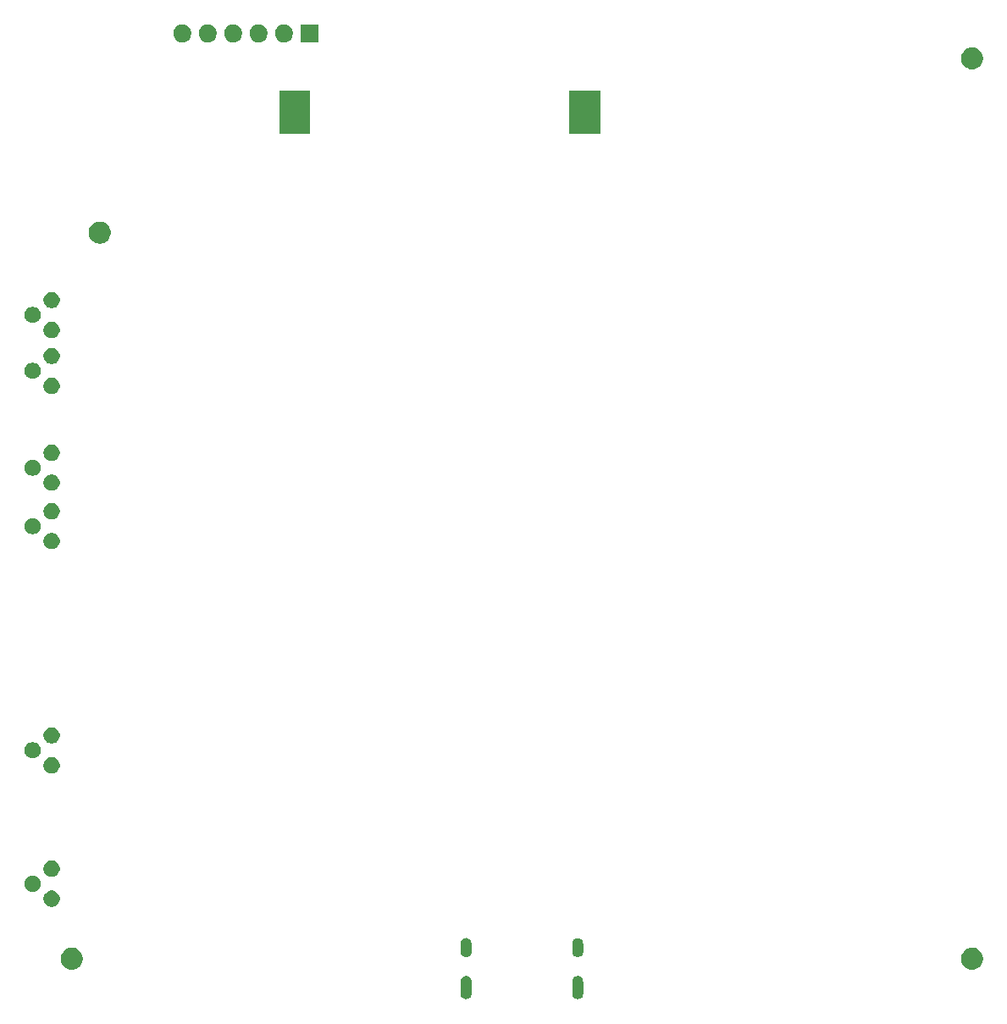
<source format=gbr>
G04 #@! TF.GenerationSoftware,KiCad,Pcbnew,(5.1.5)-2*
G04 #@! TF.CreationDate,2019-12-12T13:13:43-05:00*
G04 #@! TF.ProjectId,main,6d61696e-2e6b-4696-9361-645f70636258,rev?*
G04 #@! TF.SameCoordinates,Original*
G04 #@! TF.FileFunction,Soldermask,Bot*
G04 #@! TF.FilePolarity,Negative*
%FSLAX46Y46*%
G04 Gerber Fmt 4.6, Leading zero omitted, Abs format (unit mm)*
G04 Created by KiCad (PCBNEW (5.1.5)-2) date 2019-12-12 13:13:43*
%MOMM*%
%LPD*%
G04 APERTURE LIST*
%ADD10C,0.100000*%
G04 APERTURE END LIST*
D10*
G36*
X55683014Y-96742973D02*
G01*
X55786878Y-96774479D01*
X55830907Y-96798013D01*
X55882599Y-96825643D01*
X55882601Y-96825644D01*
X55882600Y-96825644D01*
X55966501Y-96894499D01*
X56035356Y-96978400D01*
X56086521Y-97074121D01*
X56118027Y-97177985D01*
X56126000Y-97258933D01*
X56126000Y-98513067D01*
X56118027Y-98594015D01*
X56086521Y-98697879D01*
X56086519Y-98697882D01*
X56035357Y-98793600D01*
X55966501Y-98877501D01*
X55882600Y-98946357D01*
X55814055Y-98982995D01*
X55786879Y-98997521D01*
X55683015Y-99029027D01*
X55575000Y-99039666D01*
X55466986Y-99029027D01*
X55363122Y-98997521D01*
X55335946Y-98982995D01*
X55267401Y-98946357D01*
X55183500Y-98877501D01*
X55114644Y-98793600D01*
X55063482Y-98697882D01*
X55063480Y-98697879D01*
X55031974Y-98594015D01*
X55024001Y-98513067D01*
X55024000Y-97258934D01*
X55031973Y-97177986D01*
X55063479Y-97074122D01*
X55114644Y-96978400D01*
X55183499Y-96894499D01*
X55267400Y-96825644D01*
X55267399Y-96825644D01*
X55267401Y-96825643D01*
X55319093Y-96798013D01*
X55363121Y-96774479D01*
X55466985Y-96742973D01*
X55575000Y-96732334D01*
X55683014Y-96742973D01*
G37*
G36*
X44533014Y-96742973D02*
G01*
X44636878Y-96774479D01*
X44680907Y-96798013D01*
X44732599Y-96825643D01*
X44732601Y-96825644D01*
X44732600Y-96825644D01*
X44816501Y-96894499D01*
X44885356Y-96978400D01*
X44936521Y-97074121D01*
X44968027Y-97177985D01*
X44976000Y-97258933D01*
X44976000Y-98513067D01*
X44968027Y-98594015D01*
X44936521Y-98697879D01*
X44936519Y-98697882D01*
X44885357Y-98793600D01*
X44816501Y-98877501D01*
X44732600Y-98946357D01*
X44664055Y-98982995D01*
X44636879Y-98997521D01*
X44533015Y-99029027D01*
X44425000Y-99039666D01*
X44316986Y-99029027D01*
X44213122Y-98997521D01*
X44185946Y-98982995D01*
X44117401Y-98946357D01*
X44033500Y-98877501D01*
X43964644Y-98793600D01*
X43913482Y-98697882D01*
X43913480Y-98697879D01*
X43881974Y-98594015D01*
X43874001Y-98513067D01*
X43874000Y-97258934D01*
X43881973Y-97177986D01*
X43913479Y-97074122D01*
X43964644Y-96978400D01*
X44033499Y-96894499D01*
X44117400Y-96825644D01*
X44117399Y-96825644D01*
X44117401Y-96825643D01*
X44169093Y-96798013D01*
X44213121Y-96774479D01*
X44316985Y-96742973D01*
X44425000Y-96732334D01*
X44533014Y-96742973D01*
G37*
G36*
X95214795Y-93920156D02*
G01*
X95321150Y-93941311D01*
X95521520Y-94024307D01*
X95701844Y-94144795D01*
X95855205Y-94298156D01*
X95975693Y-94478480D01*
X96058689Y-94678851D01*
X96101000Y-94891560D01*
X96101000Y-95108440D01*
X96058689Y-95321149D01*
X95975693Y-95521520D01*
X95855205Y-95701844D01*
X95701844Y-95855205D01*
X95521520Y-95975693D01*
X95321150Y-96058689D01*
X95214794Y-96079845D01*
X95108440Y-96101000D01*
X94891560Y-96101000D01*
X94785206Y-96079845D01*
X94678850Y-96058689D01*
X94578666Y-96017191D01*
X94478480Y-95975693D01*
X94298156Y-95855205D01*
X94144795Y-95701844D01*
X94024307Y-95521520D01*
X93941311Y-95321149D01*
X93899000Y-95108440D01*
X93899000Y-94891560D01*
X93941311Y-94678851D01*
X94024307Y-94478480D01*
X94144795Y-94298156D01*
X94298156Y-94144795D01*
X94478480Y-94024307D01*
X94578666Y-93982809D01*
X94678850Y-93941311D01*
X94785205Y-93920156D01*
X94891560Y-93899000D01*
X95108440Y-93899000D01*
X95214795Y-93920156D01*
G37*
G36*
X5214795Y-93920156D02*
G01*
X5321150Y-93941311D01*
X5521520Y-94024307D01*
X5701844Y-94144795D01*
X5855205Y-94298156D01*
X5975693Y-94478480D01*
X6058689Y-94678851D01*
X6101000Y-94891560D01*
X6101000Y-95108440D01*
X6058689Y-95321149D01*
X5975693Y-95521520D01*
X5855205Y-95701844D01*
X5701844Y-95855205D01*
X5521520Y-95975693D01*
X5421334Y-96017191D01*
X5321150Y-96058689D01*
X5214794Y-96079845D01*
X5108440Y-96101000D01*
X4891560Y-96101000D01*
X4785206Y-96079845D01*
X4678850Y-96058689D01*
X4578666Y-96017191D01*
X4478480Y-95975693D01*
X4298156Y-95855205D01*
X4144795Y-95701844D01*
X4024307Y-95521520D01*
X3941311Y-95321149D01*
X3899000Y-95108440D01*
X3899000Y-94891560D01*
X3941311Y-94678851D01*
X4024307Y-94478480D01*
X4144795Y-94298156D01*
X4298156Y-94144795D01*
X4478480Y-94024307D01*
X4678850Y-93941311D01*
X4785205Y-93920156D01*
X4891560Y-93899000D01*
X5108440Y-93899000D01*
X5214795Y-93920156D01*
G37*
G36*
X55683014Y-92942973D02*
G01*
X55786878Y-92974479D01*
X55830907Y-92998013D01*
X55882599Y-93025643D01*
X55882601Y-93025644D01*
X55882600Y-93025644D01*
X55966501Y-93094499D01*
X56035356Y-93178400D01*
X56086521Y-93274121D01*
X56118027Y-93377985D01*
X56126000Y-93458933D01*
X56126000Y-94313067D01*
X56118027Y-94394015D01*
X56086521Y-94497879D01*
X56086519Y-94497882D01*
X56035357Y-94593600D01*
X55966501Y-94677501D01*
X55882600Y-94746357D01*
X55814055Y-94782995D01*
X55786879Y-94797521D01*
X55683015Y-94829027D01*
X55575000Y-94839666D01*
X55466986Y-94829027D01*
X55363122Y-94797521D01*
X55335946Y-94782995D01*
X55267401Y-94746357D01*
X55183500Y-94677501D01*
X55114644Y-94593600D01*
X55063482Y-94497882D01*
X55063480Y-94497879D01*
X55031973Y-94394015D01*
X55024000Y-94313067D01*
X55024000Y-93458934D01*
X55031973Y-93377986D01*
X55063479Y-93274122D01*
X55114644Y-93178400D01*
X55183499Y-93094499D01*
X55267400Y-93025644D01*
X55267399Y-93025644D01*
X55267401Y-93025643D01*
X55319093Y-92998013D01*
X55363121Y-92974479D01*
X55466985Y-92942973D01*
X55575000Y-92932334D01*
X55683014Y-92942973D01*
G37*
G36*
X44533014Y-92942973D02*
G01*
X44636878Y-92974479D01*
X44680907Y-92998013D01*
X44732599Y-93025643D01*
X44732601Y-93025644D01*
X44732600Y-93025644D01*
X44816501Y-93094499D01*
X44885356Y-93178400D01*
X44936521Y-93274121D01*
X44968027Y-93377985D01*
X44976000Y-93458933D01*
X44976000Y-94313067D01*
X44968027Y-94394015D01*
X44936521Y-94497879D01*
X44936519Y-94497882D01*
X44885357Y-94593600D01*
X44816501Y-94677501D01*
X44732600Y-94746357D01*
X44664055Y-94782995D01*
X44636879Y-94797521D01*
X44533015Y-94829027D01*
X44425000Y-94839666D01*
X44316986Y-94829027D01*
X44213122Y-94797521D01*
X44185946Y-94782995D01*
X44117401Y-94746357D01*
X44033500Y-94677501D01*
X43964644Y-94593600D01*
X43913482Y-94497882D01*
X43913480Y-94497879D01*
X43881973Y-94394015D01*
X43874000Y-94313067D01*
X43874000Y-93458934D01*
X43881973Y-93377986D01*
X43913479Y-93274122D01*
X43964644Y-93178400D01*
X44033499Y-93094499D01*
X44117400Y-93025644D01*
X44117399Y-93025644D01*
X44117401Y-93025643D01*
X44169093Y-92998013D01*
X44213121Y-92974479D01*
X44316985Y-92942973D01*
X44425000Y-92932334D01*
X44533014Y-92942973D01*
G37*
G36*
X3225142Y-88218242D02*
G01*
X3373101Y-88279529D01*
X3506255Y-88368499D01*
X3619501Y-88481745D01*
X3708471Y-88614899D01*
X3769758Y-88762858D01*
X3801000Y-88919925D01*
X3801000Y-89080075D01*
X3769758Y-89237142D01*
X3708471Y-89385101D01*
X3619501Y-89518255D01*
X3506255Y-89631501D01*
X3373101Y-89720471D01*
X3225142Y-89781758D01*
X3068075Y-89813000D01*
X2907925Y-89813000D01*
X2750858Y-89781758D01*
X2602899Y-89720471D01*
X2469745Y-89631501D01*
X2356499Y-89518255D01*
X2267529Y-89385101D01*
X2206242Y-89237142D01*
X2175000Y-89080075D01*
X2175000Y-88919925D01*
X2206242Y-88762858D01*
X2267529Y-88614899D01*
X2356499Y-88481745D01*
X2469745Y-88368499D01*
X2602899Y-88279529D01*
X2750858Y-88218242D01*
X2907925Y-88187000D01*
X3068075Y-88187000D01*
X3225142Y-88218242D01*
G37*
G36*
X1325142Y-86718242D02*
G01*
X1473101Y-86779529D01*
X1606255Y-86868499D01*
X1719501Y-86981745D01*
X1808471Y-87114899D01*
X1869758Y-87262858D01*
X1901000Y-87419925D01*
X1901000Y-87580075D01*
X1869758Y-87737142D01*
X1808471Y-87885101D01*
X1719501Y-88018255D01*
X1606255Y-88131501D01*
X1473101Y-88220471D01*
X1325142Y-88281758D01*
X1168075Y-88313000D01*
X1007925Y-88313000D01*
X850858Y-88281758D01*
X702899Y-88220471D01*
X569745Y-88131501D01*
X456499Y-88018255D01*
X367529Y-87885101D01*
X306242Y-87737142D01*
X275000Y-87580075D01*
X275000Y-87419925D01*
X306242Y-87262858D01*
X367529Y-87114899D01*
X456499Y-86981745D01*
X569745Y-86868499D01*
X702899Y-86779529D01*
X850858Y-86718242D01*
X1007925Y-86687000D01*
X1168075Y-86687000D01*
X1325142Y-86718242D01*
G37*
G36*
X3225142Y-85218242D02*
G01*
X3373101Y-85279529D01*
X3506255Y-85368499D01*
X3619501Y-85481745D01*
X3708471Y-85614899D01*
X3769758Y-85762858D01*
X3801000Y-85919925D01*
X3801000Y-86080075D01*
X3769758Y-86237142D01*
X3708471Y-86385101D01*
X3619501Y-86518255D01*
X3506255Y-86631501D01*
X3373101Y-86720471D01*
X3225142Y-86781758D01*
X3068075Y-86813000D01*
X2907925Y-86813000D01*
X2750858Y-86781758D01*
X2602899Y-86720471D01*
X2469745Y-86631501D01*
X2356499Y-86518255D01*
X2267529Y-86385101D01*
X2206242Y-86237142D01*
X2175000Y-86080075D01*
X2175000Y-85919925D01*
X2206242Y-85762858D01*
X2267529Y-85614899D01*
X2356499Y-85481745D01*
X2469745Y-85368499D01*
X2602899Y-85279529D01*
X2750858Y-85218242D01*
X2907925Y-85187000D01*
X3068075Y-85187000D01*
X3225142Y-85218242D01*
G37*
G36*
X3225142Y-74886242D02*
G01*
X3373101Y-74947529D01*
X3506255Y-75036499D01*
X3619501Y-75149745D01*
X3708471Y-75282899D01*
X3769758Y-75430858D01*
X3801000Y-75587925D01*
X3801000Y-75748075D01*
X3769758Y-75905142D01*
X3708471Y-76053101D01*
X3619501Y-76186255D01*
X3506255Y-76299501D01*
X3373101Y-76388471D01*
X3225142Y-76449758D01*
X3068075Y-76481000D01*
X2907925Y-76481000D01*
X2750858Y-76449758D01*
X2602899Y-76388471D01*
X2469745Y-76299501D01*
X2356499Y-76186255D01*
X2267529Y-76053101D01*
X2206242Y-75905142D01*
X2175000Y-75748075D01*
X2175000Y-75587925D01*
X2206242Y-75430858D01*
X2267529Y-75282899D01*
X2356499Y-75149745D01*
X2469745Y-75036499D01*
X2602899Y-74947529D01*
X2750858Y-74886242D01*
X2907925Y-74855000D01*
X3068075Y-74855000D01*
X3225142Y-74886242D01*
G37*
G36*
X1325142Y-73386242D02*
G01*
X1473101Y-73447529D01*
X1606255Y-73536499D01*
X1719501Y-73649745D01*
X1808471Y-73782899D01*
X1869758Y-73930858D01*
X1901000Y-74087925D01*
X1901000Y-74248075D01*
X1869758Y-74405142D01*
X1808471Y-74553101D01*
X1719501Y-74686255D01*
X1606255Y-74799501D01*
X1473101Y-74888471D01*
X1325142Y-74949758D01*
X1168075Y-74981000D01*
X1007925Y-74981000D01*
X850858Y-74949758D01*
X702899Y-74888471D01*
X569745Y-74799501D01*
X456499Y-74686255D01*
X367529Y-74553101D01*
X306242Y-74405142D01*
X275000Y-74248075D01*
X275000Y-74087925D01*
X306242Y-73930858D01*
X367529Y-73782899D01*
X456499Y-73649745D01*
X569745Y-73536499D01*
X702899Y-73447529D01*
X850858Y-73386242D01*
X1007925Y-73355000D01*
X1168075Y-73355000D01*
X1325142Y-73386242D01*
G37*
G36*
X3225142Y-71886242D02*
G01*
X3373101Y-71947529D01*
X3506255Y-72036499D01*
X3619501Y-72149745D01*
X3708471Y-72282899D01*
X3769758Y-72430858D01*
X3801000Y-72587925D01*
X3801000Y-72748075D01*
X3769758Y-72905142D01*
X3708471Y-73053101D01*
X3619501Y-73186255D01*
X3506255Y-73299501D01*
X3373101Y-73388471D01*
X3225142Y-73449758D01*
X3068075Y-73481000D01*
X2907925Y-73481000D01*
X2750858Y-73449758D01*
X2602899Y-73388471D01*
X2469745Y-73299501D01*
X2356499Y-73186255D01*
X2267529Y-73053101D01*
X2206242Y-72905142D01*
X2175000Y-72748075D01*
X2175000Y-72587925D01*
X2206242Y-72430858D01*
X2267529Y-72282899D01*
X2356499Y-72149745D01*
X2469745Y-72036499D01*
X2602899Y-71947529D01*
X2750858Y-71886242D01*
X2907925Y-71855000D01*
X3068075Y-71855000D01*
X3225142Y-71886242D01*
G37*
G36*
X3225142Y-52472242D02*
G01*
X3373101Y-52533529D01*
X3506255Y-52622499D01*
X3619501Y-52735745D01*
X3708471Y-52868899D01*
X3769758Y-53016858D01*
X3801000Y-53173925D01*
X3801000Y-53334075D01*
X3769758Y-53491142D01*
X3708471Y-53639101D01*
X3619501Y-53772255D01*
X3506255Y-53885501D01*
X3373101Y-53974471D01*
X3225142Y-54035758D01*
X3068075Y-54067000D01*
X2907925Y-54067000D01*
X2750858Y-54035758D01*
X2602899Y-53974471D01*
X2469745Y-53885501D01*
X2356499Y-53772255D01*
X2267529Y-53639101D01*
X2206242Y-53491142D01*
X2175000Y-53334075D01*
X2175000Y-53173925D01*
X2206242Y-53016858D01*
X2267529Y-52868899D01*
X2356499Y-52735745D01*
X2469745Y-52622499D01*
X2602899Y-52533529D01*
X2750858Y-52472242D01*
X2907925Y-52441000D01*
X3068075Y-52441000D01*
X3225142Y-52472242D01*
G37*
G36*
X1325142Y-50972242D02*
G01*
X1473101Y-51033529D01*
X1606255Y-51122499D01*
X1719501Y-51235745D01*
X1808471Y-51368899D01*
X1869758Y-51516858D01*
X1901000Y-51673925D01*
X1901000Y-51834075D01*
X1869758Y-51991142D01*
X1808471Y-52139101D01*
X1719501Y-52272255D01*
X1606255Y-52385501D01*
X1473101Y-52474471D01*
X1325142Y-52535758D01*
X1168075Y-52567000D01*
X1007925Y-52567000D01*
X850858Y-52535758D01*
X702899Y-52474471D01*
X569745Y-52385501D01*
X456499Y-52272255D01*
X367529Y-52139101D01*
X306242Y-51991142D01*
X275000Y-51834075D01*
X275000Y-51673925D01*
X306242Y-51516858D01*
X367529Y-51368899D01*
X456499Y-51235745D01*
X569745Y-51122499D01*
X702899Y-51033529D01*
X850858Y-50972242D01*
X1007925Y-50941000D01*
X1168075Y-50941000D01*
X1325142Y-50972242D01*
G37*
G36*
X3225142Y-49472242D02*
G01*
X3373101Y-49533529D01*
X3506255Y-49622499D01*
X3619501Y-49735745D01*
X3708471Y-49868899D01*
X3769758Y-50016858D01*
X3801000Y-50173925D01*
X3801000Y-50334075D01*
X3769758Y-50491142D01*
X3708471Y-50639101D01*
X3619501Y-50772255D01*
X3506255Y-50885501D01*
X3373101Y-50974471D01*
X3225142Y-51035758D01*
X3068075Y-51067000D01*
X2907925Y-51067000D01*
X2750858Y-51035758D01*
X2602899Y-50974471D01*
X2469745Y-50885501D01*
X2356499Y-50772255D01*
X2267529Y-50639101D01*
X2206242Y-50491142D01*
X2175000Y-50334075D01*
X2175000Y-50173925D01*
X2206242Y-50016858D01*
X2267529Y-49868899D01*
X2356499Y-49735745D01*
X2469745Y-49622499D01*
X2602899Y-49533529D01*
X2750858Y-49472242D01*
X2907925Y-49441000D01*
X3068075Y-49441000D01*
X3225142Y-49472242D01*
G37*
G36*
X3225142Y-46630242D02*
G01*
X3373101Y-46691529D01*
X3506255Y-46780499D01*
X3619501Y-46893745D01*
X3708471Y-47026899D01*
X3769758Y-47174858D01*
X3801000Y-47331925D01*
X3801000Y-47492075D01*
X3769758Y-47649142D01*
X3708471Y-47797101D01*
X3619501Y-47930255D01*
X3506255Y-48043501D01*
X3373101Y-48132471D01*
X3225142Y-48193758D01*
X3068075Y-48225000D01*
X2907925Y-48225000D01*
X2750858Y-48193758D01*
X2602899Y-48132471D01*
X2469745Y-48043501D01*
X2356499Y-47930255D01*
X2267529Y-47797101D01*
X2206242Y-47649142D01*
X2175000Y-47492075D01*
X2175000Y-47331925D01*
X2206242Y-47174858D01*
X2267529Y-47026899D01*
X2356499Y-46893745D01*
X2469745Y-46780499D01*
X2602899Y-46691529D01*
X2750858Y-46630242D01*
X2907925Y-46599000D01*
X3068075Y-46599000D01*
X3225142Y-46630242D01*
G37*
G36*
X1325142Y-45130242D02*
G01*
X1473101Y-45191529D01*
X1606255Y-45280499D01*
X1719501Y-45393745D01*
X1808471Y-45526899D01*
X1869758Y-45674858D01*
X1901000Y-45831925D01*
X1901000Y-45992075D01*
X1869758Y-46149142D01*
X1808471Y-46297101D01*
X1719501Y-46430255D01*
X1606255Y-46543501D01*
X1473101Y-46632471D01*
X1325142Y-46693758D01*
X1168075Y-46725000D01*
X1007925Y-46725000D01*
X850858Y-46693758D01*
X702899Y-46632471D01*
X569745Y-46543501D01*
X456499Y-46430255D01*
X367529Y-46297101D01*
X306242Y-46149142D01*
X275000Y-45992075D01*
X275000Y-45831925D01*
X306242Y-45674858D01*
X367529Y-45526899D01*
X456499Y-45393745D01*
X569745Y-45280499D01*
X702899Y-45191529D01*
X850858Y-45130242D01*
X1007925Y-45099000D01*
X1168075Y-45099000D01*
X1325142Y-45130242D01*
G37*
G36*
X3225142Y-43630242D02*
G01*
X3373101Y-43691529D01*
X3506255Y-43780499D01*
X3619501Y-43893745D01*
X3708471Y-44026899D01*
X3769758Y-44174858D01*
X3801000Y-44331925D01*
X3801000Y-44492075D01*
X3769758Y-44649142D01*
X3708471Y-44797101D01*
X3619501Y-44930255D01*
X3506255Y-45043501D01*
X3373101Y-45132471D01*
X3225142Y-45193758D01*
X3068075Y-45225000D01*
X2907925Y-45225000D01*
X2750858Y-45193758D01*
X2602899Y-45132471D01*
X2469745Y-45043501D01*
X2356499Y-44930255D01*
X2267529Y-44797101D01*
X2206242Y-44649142D01*
X2175000Y-44492075D01*
X2175000Y-44331925D01*
X2206242Y-44174858D01*
X2267529Y-44026899D01*
X2356499Y-43893745D01*
X2469745Y-43780499D01*
X2602899Y-43691529D01*
X2750858Y-43630242D01*
X2907925Y-43599000D01*
X3068075Y-43599000D01*
X3225142Y-43630242D01*
G37*
G36*
X3225142Y-36958242D02*
G01*
X3373101Y-37019529D01*
X3506255Y-37108499D01*
X3619501Y-37221745D01*
X3708471Y-37354899D01*
X3769758Y-37502858D01*
X3801000Y-37659925D01*
X3801000Y-37820075D01*
X3769758Y-37977142D01*
X3708471Y-38125101D01*
X3619501Y-38258255D01*
X3506255Y-38371501D01*
X3373101Y-38460471D01*
X3225142Y-38521758D01*
X3068075Y-38553000D01*
X2907925Y-38553000D01*
X2750858Y-38521758D01*
X2602899Y-38460471D01*
X2469745Y-38371501D01*
X2356499Y-38258255D01*
X2267529Y-38125101D01*
X2206242Y-37977142D01*
X2175000Y-37820075D01*
X2175000Y-37659925D01*
X2206242Y-37502858D01*
X2267529Y-37354899D01*
X2356499Y-37221745D01*
X2469745Y-37108499D01*
X2602899Y-37019529D01*
X2750858Y-36958242D01*
X2907925Y-36927000D01*
X3068075Y-36927000D01*
X3225142Y-36958242D01*
G37*
G36*
X1325142Y-35458242D02*
G01*
X1473101Y-35519529D01*
X1606255Y-35608499D01*
X1719501Y-35721745D01*
X1808471Y-35854899D01*
X1869758Y-36002858D01*
X1901000Y-36159925D01*
X1901000Y-36320075D01*
X1869758Y-36477142D01*
X1808471Y-36625101D01*
X1719501Y-36758255D01*
X1606255Y-36871501D01*
X1473101Y-36960471D01*
X1325142Y-37021758D01*
X1168075Y-37053000D01*
X1007925Y-37053000D01*
X850858Y-37021758D01*
X702899Y-36960471D01*
X569745Y-36871501D01*
X456499Y-36758255D01*
X367529Y-36625101D01*
X306242Y-36477142D01*
X275000Y-36320075D01*
X275000Y-36159925D01*
X306242Y-36002858D01*
X367529Y-35854899D01*
X456499Y-35721745D01*
X569745Y-35608499D01*
X702899Y-35519529D01*
X850858Y-35458242D01*
X1007925Y-35427000D01*
X1168075Y-35427000D01*
X1325142Y-35458242D01*
G37*
G36*
X3225142Y-33958242D02*
G01*
X3373101Y-34019529D01*
X3506255Y-34108499D01*
X3619501Y-34221745D01*
X3708471Y-34354899D01*
X3769758Y-34502858D01*
X3801000Y-34659925D01*
X3801000Y-34820075D01*
X3769758Y-34977142D01*
X3708471Y-35125101D01*
X3619501Y-35258255D01*
X3506255Y-35371501D01*
X3373101Y-35460471D01*
X3225142Y-35521758D01*
X3068075Y-35553000D01*
X2907925Y-35553000D01*
X2750858Y-35521758D01*
X2602899Y-35460471D01*
X2469745Y-35371501D01*
X2356499Y-35258255D01*
X2267529Y-35125101D01*
X2206242Y-34977142D01*
X2175000Y-34820075D01*
X2175000Y-34659925D01*
X2206242Y-34502858D01*
X2267529Y-34354899D01*
X2356499Y-34221745D01*
X2469745Y-34108499D01*
X2602899Y-34019529D01*
X2750858Y-33958242D01*
X2907925Y-33927000D01*
X3068075Y-33927000D01*
X3225142Y-33958242D01*
G37*
G36*
X3225142Y-31370242D02*
G01*
X3373101Y-31431529D01*
X3506255Y-31520499D01*
X3619501Y-31633745D01*
X3708471Y-31766899D01*
X3769758Y-31914858D01*
X3801000Y-32071925D01*
X3801000Y-32232075D01*
X3769758Y-32389142D01*
X3708471Y-32537101D01*
X3619501Y-32670255D01*
X3506255Y-32783501D01*
X3373101Y-32872471D01*
X3225142Y-32933758D01*
X3068075Y-32965000D01*
X2907925Y-32965000D01*
X2750858Y-32933758D01*
X2602899Y-32872471D01*
X2469745Y-32783501D01*
X2356499Y-32670255D01*
X2267529Y-32537101D01*
X2206242Y-32389142D01*
X2175000Y-32232075D01*
X2175000Y-32071925D01*
X2206242Y-31914858D01*
X2267529Y-31766899D01*
X2356499Y-31633745D01*
X2469745Y-31520499D01*
X2602899Y-31431529D01*
X2750858Y-31370242D01*
X2907925Y-31339000D01*
X3068075Y-31339000D01*
X3225142Y-31370242D01*
G37*
G36*
X1325142Y-29870242D02*
G01*
X1473101Y-29931529D01*
X1606255Y-30020499D01*
X1719501Y-30133745D01*
X1808471Y-30266899D01*
X1869758Y-30414858D01*
X1901000Y-30571925D01*
X1901000Y-30732075D01*
X1869758Y-30889142D01*
X1808471Y-31037101D01*
X1719501Y-31170255D01*
X1606255Y-31283501D01*
X1473101Y-31372471D01*
X1325142Y-31433758D01*
X1168075Y-31465000D01*
X1007925Y-31465000D01*
X850858Y-31433758D01*
X702899Y-31372471D01*
X569745Y-31283501D01*
X456499Y-31170255D01*
X367529Y-31037101D01*
X306242Y-30889142D01*
X275000Y-30732075D01*
X275000Y-30571925D01*
X306242Y-30414858D01*
X367529Y-30266899D01*
X456499Y-30133745D01*
X569745Y-30020499D01*
X702899Y-29931529D01*
X850858Y-29870242D01*
X1007925Y-29839000D01*
X1168075Y-29839000D01*
X1325142Y-29870242D01*
G37*
G36*
X3225142Y-28370242D02*
G01*
X3373101Y-28431529D01*
X3506255Y-28520499D01*
X3619501Y-28633745D01*
X3708471Y-28766899D01*
X3769758Y-28914858D01*
X3801000Y-29071925D01*
X3801000Y-29232075D01*
X3769758Y-29389142D01*
X3708471Y-29537101D01*
X3619501Y-29670255D01*
X3506255Y-29783501D01*
X3373101Y-29872471D01*
X3225142Y-29933758D01*
X3068075Y-29965000D01*
X2907925Y-29965000D01*
X2750858Y-29933758D01*
X2602899Y-29872471D01*
X2469745Y-29783501D01*
X2356499Y-29670255D01*
X2267529Y-29537101D01*
X2206242Y-29389142D01*
X2175000Y-29232075D01*
X2175000Y-29071925D01*
X2206242Y-28914858D01*
X2267529Y-28766899D01*
X2356499Y-28633745D01*
X2469745Y-28520499D01*
X2602899Y-28431529D01*
X2750858Y-28370242D01*
X2907925Y-28339000D01*
X3068075Y-28339000D01*
X3225142Y-28370242D01*
G37*
G36*
X8028795Y-21334156D02*
G01*
X8135150Y-21355311D01*
X8335520Y-21438307D01*
X8515844Y-21558795D01*
X8669205Y-21712156D01*
X8789693Y-21892480D01*
X8872689Y-22092851D01*
X8915000Y-22305560D01*
X8915000Y-22522440D01*
X8872689Y-22735149D01*
X8789693Y-22935520D01*
X8669205Y-23115844D01*
X8515844Y-23269205D01*
X8335520Y-23389693D01*
X8235334Y-23431191D01*
X8135150Y-23472689D01*
X8028795Y-23493844D01*
X7922440Y-23515000D01*
X7705560Y-23515000D01*
X7599205Y-23493844D01*
X7492850Y-23472689D01*
X7392666Y-23431191D01*
X7292480Y-23389693D01*
X7112156Y-23269205D01*
X6958795Y-23115844D01*
X6838307Y-22935520D01*
X6755311Y-22735149D01*
X6713000Y-22522440D01*
X6713000Y-22305560D01*
X6755311Y-22092851D01*
X6838307Y-21892480D01*
X6958795Y-21712156D01*
X7112156Y-21558795D01*
X7292480Y-21438307D01*
X7492850Y-21355311D01*
X7599205Y-21334156D01*
X7705560Y-21313000D01*
X7922440Y-21313000D01*
X8028795Y-21334156D01*
G37*
G36*
X57851000Y-12551000D02*
G01*
X54749000Y-12551000D01*
X54749000Y-8249000D01*
X57851000Y-8249000D01*
X57851000Y-12551000D01*
G37*
G36*
X28851000Y-12551000D02*
G01*
X25749000Y-12551000D01*
X25749000Y-8249000D01*
X28851000Y-8249000D01*
X28851000Y-12551000D01*
G37*
G36*
X95214794Y-3920155D02*
G01*
X95321150Y-3941311D01*
X95421334Y-3982809D01*
X95521520Y-4024307D01*
X95701844Y-4144795D01*
X95855205Y-4298156D01*
X95975693Y-4478480D01*
X96058689Y-4678851D01*
X96101000Y-4891560D01*
X96101000Y-5108440D01*
X96058689Y-5321149D01*
X95975693Y-5521520D01*
X95855205Y-5701844D01*
X95701844Y-5855205D01*
X95521520Y-5975693D01*
X95321150Y-6058689D01*
X95214795Y-6079844D01*
X95108440Y-6101000D01*
X94891560Y-6101000D01*
X94785205Y-6079844D01*
X94678850Y-6058689D01*
X94478480Y-5975693D01*
X94298156Y-5855205D01*
X94144795Y-5701844D01*
X94024307Y-5521520D01*
X93941311Y-5321149D01*
X93899000Y-5108440D01*
X93899000Y-4891560D01*
X93941311Y-4678851D01*
X94024307Y-4478480D01*
X94144795Y-4298156D01*
X94298156Y-4144795D01*
X94478480Y-4024307D01*
X94578666Y-3982809D01*
X94678850Y-3941311D01*
X94785206Y-3920155D01*
X94891560Y-3899000D01*
X95108440Y-3899000D01*
X95214794Y-3920155D01*
G37*
G36*
X16163512Y-1603927D02*
G01*
X16312812Y-1633624D01*
X16476784Y-1701544D01*
X16624354Y-1800147D01*
X16749853Y-1925646D01*
X16848456Y-2073216D01*
X16916376Y-2237188D01*
X16951000Y-2411259D01*
X16951000Y-2588741D01*
X16916376Y-2762812D01*
X16848456Y-2926784D01*
X16749853Y-3074354D01*
X16624354Y-3199853D01*
X16476784Y-3298456D01*
X16312812Y-3366376D01*
X16163512Y-3396073D01*
X16138742Y-3401000D01*
X15961258Y-3401000D01*
X15936488Y-3396073D01*
X15787188Y-3366376D01*
X15623216Y-3298456D01*
X15475646Y-3199853D01*
X15350147Y-3074354D01*
X15251544Y-2926784D01*
X15183624Y-2762812D01*
X15149000Y-2588741D01*
X15149000Y-2411259D01*
X15183624Y-2237188D01*
X15251544Y-2073216D01*
X15350147Y-1925646D01*
X15475646Y-1800147D01*
X15623216Y-1701544D01*
X15787188Y-1633624D01*
X15936488Y-1603927D01*
X15961258Y-1599000D01*
X16138742Y-1599000D01*
X16163512Y-1603927D01*
G37*
G36*
X29651000Y-3401000D02*
G01*
X27849000Y-3401000D01*
X27849000Y-1599000D01*
X29651000Y-1599000D01*
X29651000Y-3401000D01*
G37*
G36*
X26323512Y-1603927D02*
G01*
X26472812Y-1633624D01*
X26636784Y-1701544D01*
X26784354Y-1800147D01*
X26909853Y-1925646D01*
X27008456Y-2073216D01*
X27076376Y-2237188D01*
X27111000Y-2411259D01*
X27111000Y-2588741D01*
X27076376Y-2762812D01*
X27008456Y-2926784D01*
X26909853Y-3074354D01*
X26784354Y-3199853D01*
X26636784Y-3298456D01*
X26472812Y-3366376D01*
X26323512Y-3396073D01*
X26298742Y-3401000D01*
X26121258Y-3401000D01*
X26096488Y-3396073D01*
X25947188Y-3366376D01*
X25783216Y-3298456D01*
X25635646Y-3199853D01*
X25510147Y-3074354D01*
X25411544Y-2926784D01*
X25343624Y-2762812D01*
X25309000Y-2588741D01*
X25309000Y-2411259D01*
X25343624Y-2237188D01*
X25411544Y-2073216D01*
X25510147Y-1925646D01*
X25635646Y-1800147D01*
X25783216Y-1701544D01*
X25947188Y-1633624D01*
X26096488Y-1603927D01*
X26121258Y-1599000D01*
X26298742Y-1599000D01*
X26323512Y-1603927D01*
G37*
G36*
X23783512Y-1603927D02*
G01*
X23932812Y-1633624D01*
X24096784Y-1701544D01*
X24244354Y-1800147D01*
X24369853Y-1925646D01*
X24468456Y-2073216D01*
X24536376Y-2237188D01*
X24571000Y-2411259D01*
X24571000Y-2588741D01*
X24536376Y-2762812D01*
X24468456Y-2926784D01*
X24369853Y-3074354D01*
X24244354Y-3199853D01*
X24096784Y-3298456D01*
X23932812Y-3366376D01*
X23783512Y-3396073D01*
X23758742Y-3401000D01*
X23581258Y-3401000D01*
X23556488Y-3396073D01*
X23407188Y-3366376D01*
X23243216Y-3298456D01*
X23095646Y-3199853D01*
X22970147Y-3074354D01*
X22871544Y-2926784D01*
X22803624Y-2762812D01*
X22769000Y-2588741D01*
X22769000Y-2411259D01*
X22803624Y-2237188D01*
X22871544Y-2073216D01*
X22970147Y-1925646D01*
X23095646Y-1800147D01*
X23243216Y-1701544D01*
X23407188Y-1633624D01*
X23556488Y-1603927D01*
X23581258Y-1599000D01*
X23758742Y-1599000D01*
X23783512Y-1603927D01*
G37*
G36*
X21243512Y-1603927D02*
G01*
X21392812Y-1633624D01*
X21556784Y-1701544D01*
X21704354Y-1800147D01*
X21829853Y-1925646D01*
X21928456Y-2073216D01*
X21996376Y-2237188D01*
X22031000Y-2411259D01*
X22031000Y-2588741D01*
X21996376Y-2762812D01*
X21928456Y-2926784D01*
X21829853Y-3074354D01*
X21704354Y-3199853D01*
X21556784Y-3298456D01*
X21392812Y-3366376D01*
X21243512Y-3396073D01*
X21218742Y-3401000D01*
X21041258Y-3401000D01*
X21016488Y-3396073D01*
X20867188Y-3366376D01*
X20703216Y-3298456D01*
X20555646Y-3199853D01*
X20430147Y-3074354D01*
X20331544Y-2926784D01*
X20263624Y-2762812D01*
X20229000Y-2588741D01*
X20229000Y-2411259D01*
X20263624Y-2237188D01*
X20331544Y-2073216D01*
X20430147Y-1925646D01*
X20555646Y-1800147D01*
X20703216Y-1701544D01*
X20867188Y-1633624D01*
X21016488Y-1603927D01*
X21041258Y-1599000D01*
X21218742Y-1599000D01*
X21243512Y-1603927D01*
G37*
G36*
X18703512Y-1603927D02*
G01*
X18852812Y-1633624D01*
X19016784Y-1701544D01*
X19164354Y-1800147D01*
X19289853Y-1925646D01*
X19388456Y-2073216D01*
X19456376Y-2237188D01*
X19491000Y-2411259D01*
X19491000Y-2588741D01*
X19456376Y-2762812D01*
X19388456Y-2926784D01*
X19289853Y-3074354D01*
X19164354Y-3199853D01*
X19016784Y-3298456D01*
X18852812Y-3366376D01*
X18703512Y-3396073D01*
X18678742Y-3401000D01*
X18501258Y-3401000D01*
X18476488Y-3396073D01*
X18327188Y-3366376D01*
X18163216Y-3298456D01*
X18015646Y-3199853D01*
X17890147Y-3074354D01*
X17791544Y-2926784D01*
X17723624Y-2762812D01*
X17689000Y-2588741D01*
X17689000Y-2411259D01*
X17723624Y-2237188D01*
X17791544Y-2073216D01*
X17890147Y-1925646D01*
X18015646Y-1800147D01*
X18163216Y-1701544D01*
X18327188Y-1633624D01*
X18476488Y-1603927D01*
X18501258Y-1599000D01*
X18678742Y-1599000D01*
X18703512Y-1603927D01*
G37*
M02*

</source>
